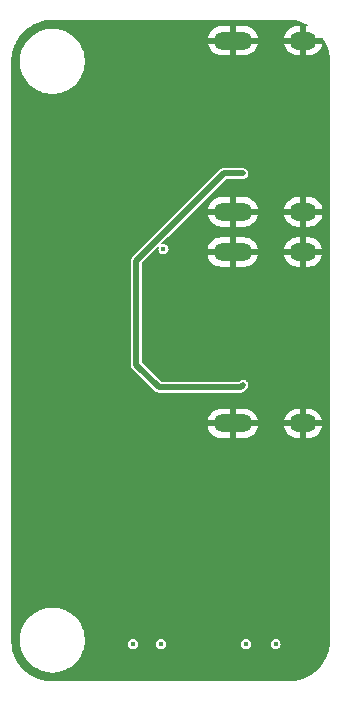
<source format=gbr>
G04 #@! TF.GenerationSoftware,KiCad,Pcbnew,8.0.4*
G04 #@! TF.CreationDate,2025-01-13T22:16:17-08:00*
G04 #@! TF.ProjectId,CSI_HDMI_Passthrough_receiver_noRetimer,4353495f-4844-44d4-995f-506173737468,rev?*
G04 #@! TF.SameCoordinates,Original*
G04 #@! TF.FileFunction,Copper,L4,Bot*
G04 #@! TF.FilePolarity,Positive*
%FSLAX46Y46*%
G04 Gerber Fmt 4.6, Leading zero omitted, Abs format (unit mm)*
G04 Created by KiCad (PCBNEW 8.0.4) date 2025-01-13 22:16:17*
%MOMM*%
%LPD*%
G01*
G04 APERTURE LIST*
G04 #@! TA.AperFunction,ComponentPad*
%ADD10O,3.300000X1.500000*%
G04 #@! TD*
G04 #@! TA.AperFunction,ComponentPad*
%ADD11O,2.300000X1.500000*%
G04 #@! TD*
G04 #@! TA.AperFunction,ViaPad*
%ADD12C,0.450000*%
G04 #@! TD*
G04 #@! TA.AperFunction,Conductor*
%ADD13C,0.500000*%
G04 #@! TD*
G04 APERTURE END LIST*
D10*
G04 #@! TO.P,J4,SH,SH*
G04 #@! TO.N,GND*
X162275000Y-77250000D03*
X162275000Y-91750000D03*
D11*
X168235000Y-77250000D03*
X168235000Y-91750000D03*
G04 #@! TD*
D10*
G04 #@! TO.P,J2,SH,SH*
G04 #@! TO.N,GND*
X162260000Y-95150000D03*
X162260000Y-109650000D03*
D11*
X168220000Y-95150000D03*
X168220000Y-109650000D03*
G04 #@! TD*
D12*
G04 #@! TO.N,GND*
X155050000Y-116400000D03*
X152350000Y-116400000D03*
X164650000Y-116350000D03*
X161950000Y-116350000D03*
X155050000Y-129850000D03*
X152350000Y-129850000D03*
X153650000Y-117550000D03*
X153850000Y-119350000D03*
X153850000Y-120850000D03*
X153850000Y-122350000D03*
X153800000Y-125350000D03*
X153450000Y-126450000D03*
X154800000Y-93550000D03*
X152350000Y-93550000D03*
X156650000Y-117500000D03*
X163200000Y-80500000D03*
X163200000Y-102900000D03*
X156650000Y-118350000D03*
X166350000Y-117500000D03*
X156650000Y-119350000D03*
X163800000Y-88100000D03*
X159900000Y-99900000D03*
X159900000Y-101400000D03*
X160750000Y-126850000D03*
X163250000Y-117450000D03*
X159900000Y-105900000D03*
X163450000Y-119350000D03*
X163250000Y-126350000D03*
X163200000Y-98400000D03*
X163450000Y-122350000D03*
X163200000Y-99900000D03*
X156650000Y-120850000D03*
X163450000Y-123850000D03*
X159900000Y-82000000D03*
X159800000Y-88000000D03*
X159900000Y-83500000D03*
X163200000Y-101400000D03*
X166350000Y-125350000D03*
X166350000Y-118350000D03*
X156650000Y-125350000D03*
X156650000Y-122350000D03*
X153600000Y-94400000D03*
X163200000Y-82000000D03*
X166350000Y-119350000D03*
X166350000Y-122350000D03*
X159900000Y-80500000D03*
X166350000Y-123850000D03*
X159900000Y-85000000D03*
X163200000Y-83500000D03*
X166350000Y-120850000D03*
X163200000Y-85000000D03*
X159900000Y-98400000D03*
X156650000Y-123850000D03*
X159900000Y-102900000D03*
X163800000Y-106100000D03*
X163400000Y-125350000D03*
G04 #@! TO.N,+3V3*
X153850000Y-128350000D03*
X163400000Y-128350000D03*
X156400000Y-94900000D03*
X165900000Y-128350000D03*
X156200000Y-128350000D03*
G04 #@! TO.N,Net-(J2-+5V)*
X163150000Y-106400000D03*
X163150000Y-88500000D03*
X156400000Y-93600000D03*
G04 #@! TD*
D13*
G04 #@! TO.N,Net-(J2-+5V)*
X162950000Y-106600000D02*
X163150000Y-106400000D01*
X156025000Y-106600000D02*
X162950000Y-106600000D01*
X154100000Y-104675000D02*
X156025000Y-106600000D01*
X156400000Y-93600000D02*
X154100000Y-95900000D01*
X154100000Y-95900000D02*
X154100000Y-104675000D01*
X161500000Y-88500000D02*
X156400000Y-93600000D01*
X163150000Y-88500000D02*
X161500000Y-88500000D01*
G04 #@! TD*
G04 #@! TA.AperFunction,Conductor*
G04 #@! TO.N,GND*
G36*
X167000305Y-75500003D02*
G01*
X167181064Y-75502368D01*
X167185522Y-75502631D01*
X167545348Y-75540451D01*
X167550412Y-75541253D01*
X167903975Y-75616406D01*
X167908923Y-75617731D01*
X168252715Y-75729436D01*
X168257485Y-75731267D01*
X168506326Y-75842057D01*
X168587714Y-75878294D01*
X168592284Y-75880623D01*
X168640682Y-75908565D01*
X168663512Y-75938317D01*
X168658617Y-75975500D01*
X168628865Y-75998330D01*
X168616182Y-76000000D01*
X168485000Y-76000000D01*
X168485000Y-76800000D01*
X167985000Y-76800000D01*
X167985000Y-76000000D01*
X167736624Y-76000000D01*
X167542293Y-76030778D01*
X167542290Y-76030779D01*
X167355165Y-76091580D01*
X167179862Y-76180900D01*
X167020673Y-76296559D01*
X166881559Y-76435673D01*
X166765900Y-76594862D01*
X166676580Y-76770165D01*
X166615778Y-76957291D01*
X166609015Y-76999999D01*
X166609016Y-77000000D01*
X167459722Y-77000000D01*
X167415667Y-77076306D01*
X167385000Y-77190756D01*
X167385000Y-77309244D01*
X167415667Y-77423694D01*
X167459722Y-77500000D01*
X166609015Y-77500000D01*
X166615778Y-77542708D01*
X166676580Y-77729834D01*
X166765900Y-77905137D01*
X166881559Y-78064326D01*
X167020673Y-78203440D01*
X167179862Y-78319099D01*
X167355165Y-78408419D01*
X167542290Y-78469220D01*
X167542293Y-78469221D01*
X167736624Y-78500000D01*
X167985000Y-78500000D01*
X167985000Y-77700000D01*
X168485000Y-77700000D01*
X168485000Y-78500000D01*
X168733376Y-78500000D01*
X168927706Y-78469221D01*
X168927709Y-78469220D01*
X169114834Y-78408419D01*
X169290137Y-78319099D01*
X169449326Y-78203440D01*
X169588440Y-78064326D01*
X169704099Y-77905137D01*
X169793419Y-77729834D01*
X169854221Y-77542708D01*
X169860985Y-77500000D01*
X169010278Y-77500000D01*
X169054333Y-77423694D01*
X169085000Y-77309244D01*
X169085000Y-77190756D01*
X169054333Y-77076306D01*
X169010278Y-77000000D01*
X169870188Y-77000000D01*
X169935853Y-77090379D01*
X169938646Y-77094680D01*
X170119376Y-77407715D01*
X170121705Y-77412285D01*
X170268728Y-77742505D01*
X170270566Y-77747293D01*
X170382267Y-78091073D01*
X170383594Y-78096027D01*
X170458745Y-78449586D01*
X170459548Y-78454652D01*
X170497367Y-78814466D01*
X170497631Y-78818947D01*
X170499996Y-78999694D01*
X170500000Y-79000335D01*
X170500000Y-127999664D01*
X170499996Y-128000305D01*
X170497631Y-128181052D01*
X170497367Y-128185533D01*
X170459548Y-128545347D01*
X170458745Y-128550413D01*
X170383594Y-128903972D01*
X170382267Y-128908926D01*
X170270566Y-129252706D01*
X170268728Y-129257494D01*
X170121705Y-129587714D01*
X170119376Y-129592284D01*
X169938645Y-129905320D01*
X169935852Y-129909622D01*
X169723385Y-130202057D01*
X169720157Y-130206042D01*
X169478290Y-130474663D01*
X169474663Y-130478290D01*
X169206042Y-130720157D01*
X169202057Y-130723385D01*
X168909622Y-130935852D01*
X168905320Y-130938645D01*
X168592284Y-131119376D01*
X168587714Y-131121705D01*
X168257494Y-131268728D01*
X168252706Y-131270566D01*
X167908926Y-131382267D01*
X167903972Y-131383594D01*
X167550413Y-131458745D01*
X167545347Y-131459548D01*
X167185533Y-131497367D01*
X167181052Y-131497631D01*
X167000306Y-131499996D01*
X166999665Y-131500000D01*
X147000335Y-131500000D01*
X146999694Y-131499996D01*
X146818947Y-131497631D01*
X146814466Y-131497367D01*
X146454652Y-131459548D01*
X146449586Y-131458745D01*
X146096027Y-131383594D01*
X146091073Y-131382267D01*
X145747293Y-131270566D01*
X145742505Y-131268728D01*
X145412285Y-131121705D01*
X145407715Y-131119376D01*
X145094679Y-130938645D01*
X145090386Y-130935858D01*
X144797936Y-130723380D01*
X144793957Y-130720157D01*
X144525336Y-130478290D01*
X144521709Y-130474663D01*
X144279842Y-130206042D01*
X144276620Y-130202065D01*
X144064138Y-129909608D01*
X144061354Y-129905320D01*
X144021146Y-129835678D01*
X143880623Y-129592284D01*
X143878294Y-129587714D01*
X143842057Y-129506326D01*
X143731267Y-129257485D01*
X143729436Y-129252715D01*
X143617731Y-128908923D01*
X143616405Y-128903972D01*
X143572736Y-128698527D01*
X143541253Y-128550412D01*
X143540451Y-128545347D01*
X143502632Y-128185533D01*
X143502368Y-128181064D01*
X143500004Y-128000305D01*
X143500000Y-127999664D01*
X143500000Y-127845535D01*
X144249500Y-127845535D01*
X144249500Y-128154465D01*
X144271531Y-128350000D01*
X144284088Y-128461442D01*
X144284088Y-128461447D01*
X144352831Y-128762633D01*
X144454866Y-129054233D01*
X144454869Y-129054239D01*
X144588898Y-129332552D01*
X144588903Y-129332562D01*
X144753263Y-129594141D01*
X144945873Y-129835666D01*
X144945884Y-129835678D01*
X145164321Y-130054115D01*
X145164333Y-130054126D01*
X145405858Y-130246736D01*
X145667437Y-130411096D01*
X145667447Y-130411101D01*
X145945760Y-130545130D01*
X145945766Y-130545133D01*
X145945769Y-130545134D01*
X145945771Y-130545135D01*
X146237364Y-130647168D01*
X146538548Y-130715911D01*
X146801679Y-130745558D01*
X146845534Y-130750500D01*
X146845535Y-130750500D01*
X147154466Y-130750500D01*
X147182372Y-130747355D01*
X147461452Y-130715911D01*
X147762636Y-130647168D01*
X148054229Y-130545135D01*
X148332565Y-130411095D01*
X148594143Y-130246735D01*
X148835674Y-130054120D01*
X149054120Y-129835674D01*
X149246735Y-129594143D01*
X149411095Y-129332565D01*
X149545135Y-129054229D01*
X149647168Y-128762636D01*
X149715911Y-128461452D01*
X149728469Y-128350000D01*
X153419196Y-128350000D01*
X153440281Y-128483126D01*
X153440281Y-128483127D01*
X153440282Y-128483128D01*
X153501467Y-128603213D01*
X153501472Y-128603220D01*
X153596779Y-128698527D01*
X153596786Y-128698532D01*
X153676842Y-128739322D01*
X153716874Y-128759719D01*
X153850000Y-128780804D01*
X153983126Y-128759719D01*
X154066420Y-128717278D01*
X154103213Y-128698532D01*
X154103215Y-128698530D01*
X154103220Y-128698528D01*
X154198528Y-128603220D01*
X154259719Y-128483126D01*
X154280804Y-128350000D01*
X155769196Y-128350000D01*
X155790281Y-128483126D01*
X155790281Y-128483127D01*
X155790282Y-128483128D01*
X155851467Y-128603213D01*
X155851472Y-128603220D01*
X155946779Y-128698527D01*
X155946786Y-128698532D01*
X156026842Y-128739322D01*
X156066874Y-128759719D01*
X156200000Y-128780804D01*
X156333126Y-128759719D01*
X156416420Y-128717278D01*
X156453213Y-128698532D01*
X156453215Y-128698530D01*
X156453220Y-128698528D01*
X156548528Y-128603220D01*
X156609719Y-128483126D01*
X156630804Y-128350000D01*
X162969196Y-128350000D01*
X162990281Y-128483126D01*
X162990281Y-128483127D01*
X162990282Y-128483128D01*
X163051467Y-128603213D01*
X163051472Y-128603220D01*
X163146779Y-128698527D01*
X163146786Y-128698532D01*
X163226842Y-128739322D01*
X163266874Y-128759719D01*
X163400000Y-128780804D01*
X163533126Y-128759719D01*
X163616420Y-128717278D01*
X163653213Y-128698532D01*
X163653215Y-128698530D01*
X163653220Y-128698528D01*
X163748528Y-128603220D01*
X163809719Y-128483126D01*
X163830804Y-128350000D01*
X165469196Y-128350000D01*
X165490281Y-128483126D01*
X165490281Y-128483127D01*
X165490282Y-128483128D01*
X165551467Y-128603213D01*
X165551472Y-128603220D01*
X165646779Y-128698527D01*
X165646786Y-128698532D01*
X165726842Y-128739322D01*
X165766874Y-128759719D01*
X165900000Y-128780804D01*
X166033126Y-128759719D01*
X166116420Y-128717278D01*
X166153213Y-128698532D01*
X166153215Y-128698530D01*
X166153220Y-128698528D01*
X166248528Y-128603220D01*
X166309719Y-128483126D01*
X166330804Y-128350000D01*
X166309719Y-128216874D01*
X166277920Y-128154465D01*
X166248532Y-128096786D01*
X166248527Y-128096779D01*
X166153220Y-128001472D01*
X166153213Y-128001467D01*
X166033128Y-127940282D01*
X166033127Y-127940281D01*
X166033126Y-127940281D01*
X165900000Y-127919196D01*
X165766874Y-127940281D01*
X165766872Y-127940281D01*
X165766871Y-127940282D01*
X165646786Y-128001467D01*
X165646779Y-128001472D01*
X165551472Y-128096779D01*
X165551467Y-128096786D01*
X165490282Y-128216871D01*
X165490281Y-128216872D01*
X165490281Y-128216874D01*
X165469196Y-128350000D01*
X163830804Y-128350000D01*
X163809719Y-128216874D01*
X163777920Y-128154465D01*
X163748532Y-128096786D01*
X163748527Y-128096779D01*
X163653220Y-128001472D01*
X163653213Y-128001467D01*
X163533128Y-127940282D01*
X163533127Y-127940281D01*
X163533126Y-127940281D01*
X163400000Y-127919196D01*
X163266874Y-127940281D01*
X163266872Y-127940281D01*
X163266871Y-127940282D01*
X163146786Y-128001467D01*
X163146779Y-128001472D01*
X163051472Y-128096779D01*
X163051467Y-128096786D01*
X162990282Y-128216871D01*
X162990281Y-128216872D01*
X162990281Y-128216874D01*
X162969196Y-128350000D01*
X156630804Y-128350000D01*
X156609719Y-128216874D01*
X156577920Y-128154465D01*
X156548532Y-128096786D01*
X156548527Y-128096779D01*
X156453220Y-128001472D01*
X156453213Y-128001467D01*
X156333128Y-127940282D01*
X156333127Y-127940281D01*
X156333126Y-127940281D01*
X156200000Y-127919196D01*
X156066874Y-127940281D01*
X156066872Y-127940281D01*
X156066871Y-127940282D01*
X155946786Y-128001467D01*
X155946779Y-128001472D01*
X155851472Y-128096779D01*
X155851467Y-128096786D01*
X155790282Y-128216871D01*
X155790281Y-128216872D01*
X155790281Y-128216874D01*
X155769196Y-128350000D01*
X154280804Y-128350000D01*
X154259719Y-128216874D01*
X154227920Y-128154465D01*
X154198532Y-128096786D01*
X154198527Y-128096779D01*
X154103220Y-128001472D01*
X154103213Y-128001467D01*
X153983128Y-127940282D01*
X153983127Y-127940281D01*
X153983126Y-127940281D01*
X153850000Y-127919196D01*
X153716874Y-127940281D01*
X153716872Y-127940281D01*
X153716871Y-127940282D01*
X153596786Y-128001467D01*
X153596779Y-128001472D01*
X153501472Y-128096779D01*
X153501467Y-128096786D01*
X153440282Y-128216871D01*
X153440281Y-128216872D01*
X153440281Y-128216874D01*
X153419196Y-128350000D01*
X149728469Y-128350000D01*
X149750500Y-128154465D01*
X149750500Y-127845535D01*
X149715911Y-127538548D01*
X149647168Y-127237364D01*
X149545135Y-126945771D01*
X149411095Y-126667435D01*
X149246735Y-126405857D01*
X149054120Y-126164326D01*
X148835674Y-125945880D01*
X148835671Y-125945877D01*
X148835666Y-125945873D01*
X148594141Y-125753263D01*
X148332562Y-125588903D01*
X148332552Y-125588898D01*
X148054239Y-125454869D01*
X148054233Y-125454866D01*
X147762633Y-125352831D01*
X147762634Y-125352831D01*
X147619189Y-125320091D01*
X147461452Y-125284089D01*
X147461446Y-125284088D01*
X147461445Y-125284088D01*
X147154466Y-125249500D01*
X147154465Y-125249500D01*
X146845535Y-125249500D01*
X146845534Y-125249500D01*
X146538557Y-125284088D01*
X146538552Y-125284088D01*
X146237366Y-125352831D01*
X145945766Y-125454866D01*
X145945760Y-125454869D01*
X145667447Y-125588898D01*
X145667437Y-125588903D01*
X145405858Y-125753263D01*
X145164333Y-125945873D01*
X145164321Y-125945884D01*
X144945884Y-126164321D01*
X144945873Y-126164333D01*
X144753263Y-126405858D01*
X144588903Y-126667437D01*
X144588898Y-126667447D01*
X144454869Y-126945760D01*
X144454866Y-126945766D01*
X144352831Y-127237366D01*
X144284088Y-127538552D01*
X144284088Y-127538556D01*
X144249500Y-127845535D01*
X143500000Y-127845535D01*
X143500000Y-109399999D01*
X160134015Y-109399999D01*
X160134016Y-109400000D01*
X160984722Y-109400000D01*
X160940667Y-109476306D01*
X160910000Y-109590756D01*
X160910000Y-109709244D01*
X160940667Y-109823694D01*
X160984722Y-109900000D01*
X160134015Y-109900000D01*
X160140778Y-109942708D01*
X160201580Y-110129834D01*
X160290900Y-110305137D01*
X160406559Y-110464326D01*
X160545673Y-110603440D01*
X160704862Y-110719099D01*
X160880165Y-110808419D01*
X161067290Y-110869220D01*
X161067293Y-110869221D01*
X161261624Y-110900000D01*
X162010000Y-110900000D01*
X162010000Y-110100000D01*
X162510000Y-110100000D01*
X162510000Y-110900000D01*
X163258376Y-110900000D01*
X163452706Y-110869221D01*
X163452709Y-110869220D01*
X163639834Y-110808419D01*
X163815137Y-110719099D01*
X163974326Y-110603440D01*
X164113440Y-110464326D01*
X164229099Y-110305137D01*
X164318419Y-110129834D01*
X164379221Y-109942708D01*
X164385985Y-109900000D01*
X163535278Y-109900000D01*
X163579333Y-109823694D01*
X163610000Y-109709244D01*
X163610000Y-109590756D01*
X163579333Y-109476306D01*
X163535278Y-109400000D01*
X164385984Y-109400000D01*
X164385984Y-109399999D01*
X166594015Y-109399999D01*
X166594016Y-109400000D01*
X167444722Y-109400000D01*
X167400667Y-109476306D01*
X167370000Y-109590756D01*
X167370000Y-109709244D01*
X167400667Y-109823694D01*
X167444722Y-109900000D01*
X166594015Y-109900000D01*
X166600778Y-109942708D01*
X166661580Y-110129834D01*
X166750900Y-110305137D01*
X166866559Y-110464326D01*
X167005673Y-110603440D01*
X167164862Y-110719099D01*
X167340165Y-110808419D01*
X167527290Y-110869220D01*
X167527293Y-110869221D01*
X167721624Y-110900000D01*
X167970000Y-110900000D01*
X167970000Y-110100000D01*
X168470000Y-110100000D01*
X168470000Y-110900000D01*
X168718376Y-110900000D01*
X168912706Y-110869221D01*
X168912709Y-110869220D01*
X169099834Y-110808419D01*
X169275137Y-110719099D01*
X169434326Y-110603440D01*
X169573440Y-110464326D01*
X169689099Y-110305137D01*
X169778419Y-110129834D01*
X169839221Y-109942708D01*
X169845985Y-109900000D01*
X168995278Y-109900000D01*
X169039333Y-109823694D01*
X169070000Y-109709244D01*
X169070000Y-109590756D01*
X169039333Y-109476306D01*
X168995278Y-109400000D01*
X169845984Y-109400000D01*
X169845984Y-109399999D01*
X169839221Y-109357291D01*
X169778419Y-109170165D01*
X169689099Y-108994862D01*
X169573440Y-108835673D01*
X169434326Y-108696559D01*
X169275137Y-108580900D01*
X169099834Y-108491580D01*
X168912709Y-108430779D01*
X168912706Y-108430778D01*
X168718376Y-108400000D01*
X168470000Y-108400000D01*
X168470000Y-109200000D01*
X167970000Y-109200000D01*
X167970000Y-108400000D01*
X167721624Y-108400000D01*
X167527293Y-108430778D01*
X167527290Y-108430779D01*
X167340165Y-108491580D01*
X167164862Y-108580900D01*
X167005673Y-108696559D01*
X166866559Y-108835673D01*
X166750900Y-108994862D01*
X166661580Y-109170165D01*
X166600778Y-109357291D01*
X166594015Y-109399999D01*
X164385984Y-109399999D01*
X164379221Y-109357291D01*
X164318419Y-109170165D01*
X164229099Y-108994862D01*
X164113440Y-108835673D01*
X163974326Y-108696559D01*
X163815137Y-108580900D01*
X163639834Y-108491580D01*
X163452709Y-108430779D01*
X163452706Y-108430778D01*
X163258376Y-108400000D01*
X162510000Y-108400000D01*
X162510000Y-109200000D01*
X162010000Y-109200000D01*
X162010000Y-108400000D01*
X161261624Y-108400000D01*
X161067293Y-108430778D01*
X161067290Y-108430779D01*
X160880165Y-108491580D01*
X160704862Y-108580900D01*
X160545673Y-108696559D01*
X160406559Y-108835673D01*
X160290900Y-108994862D01*
X160201580Y-109170165D01*
X160140778Y-109357291D01*
X160134015Y-109399999D01*
X143500000Y-109399999D01*
X143500000Y-95840688D01*
X153649500Y-95840688D01*
X153649500Y-104734310D01*
X153673713Y-104824672D01*
X153673713Y-104824673D01*
X153680200Y-104848886D01*
X153680201Y-104848888D01*
X153739511Y-104951614D01*
X155748386Y-106960489D01*
X155851113Y-107019799D01*
X155875326Y-107026286D01*
X155920508Y-107038393D01*
X155965689Y-107050500D01*
X155965691Y-107050500D01*
X163009311Y-107050500D01*
X163039430Y-107042428D01*
X163099673Y-107026286D01*
X163123887Y-107019799D01*
X163226614Y-106960489D01*
X163510490Y-106676614D01*
X163569799Y-106573887D01*
X163600498Y-106459312D01*
X163600499Y-106459312D01*
X163600499Y-106340688D01*
X163600498Y-106340687D01*
X163569800Y-106226116D01*
X163569799Y-106226115D01*
X163569799Y-106226113D01*
X163517281Y-106135148D01*
X163510494Y-106123392D01*
X163510491Y-106123389D01*
X163510490Y-106123386D01*
X163426614Y-106039510D01*
X163426611Y-106039508D01*
X163426607Y-106039505D01*
X163355319Y-105998348D01*
X163323887Y-105980201D01*
X163323885Y-105980200D01*
X163323883Y-105980199D01*
X163209312Y-105949501D01*
X163209309Y-105949501D01*
X163090691Y-105949501D01*
X163090688Y-105949501D01*
X162976116Y-105980199D01*
X162976111Y-105980202D01*
X162873392Y-106039505D01*
X162873383Y-106039512D01*
X162777748Y-106135148D01*
X162743100Y-106149500D01*
X156231899Y-106149500D01*
X156197251Y-106135148D01*
X154564852Y-104502749D01*
X154550500Y-104468101D01*
X154550500Y-96106899D01*
X154564852Y-96072251D01*
X155210797Y-95426306D01*
X155906239Y-94730863D01*
X155940886Y-94716512D01*
X155975534Y-94730864D01*
X155989886Y-94765512D01*
X155989283Y-94773173D01*
X155969196Y-94900000D01*
X155990281Y-95033126D01*
X155990281Y-95033127D01*
X155990282Y-95033128D01*
X156051467Y-95153213D01*
X156051472Y-95153220D01*
X156146779Y-95248527D01*
X156146786Y-95248532D01*
X156226842Y-95289322D01*
X156266874Y-95309719D01*
X156400000Y-95330804D01*
X156533126Y-95309719D01*
X156616420Y-95267278D01*
X156653213Y-95248532D01*
X156653215Y-95248530D01*
X156653220Y-95248528D01*
X156748528Y-95153220D01*
X156809719Y-95033126D01*
X156830804Y-94900000D01*
X156830804Y-94899999D01*
X160134015Y-94899999D01*
X160134016Y-94900000D01*
X160984722Y-94900000D01*
X160940667Y-94976306D01*
X160910000Y-95090756D01*
X160910000Y-95209244D01*
X160940667Y-95323694D01*
X160984722Y-95400000D01*
X160134015Y-95400000D01*
X160140778Y-95442708D01*
X160201580Y-95629834D01*
X160290900Y-95805137D01*
X160406559Y-95964326D01*
X160545673Y-96103440D01*
X160704862Y-96219099D01*
X160880165Y-96308419D01*
X161067290Y-96369220D01*
X161067293Y-96369221D01*
X161261624Y-96400000D01*
X162010000Y-96400000D01*
X162010000Y-95600000D01*
X162510000Y-95600000D01*
X162510000Y-96400000D01*
X163258376Y-96400000D01*
X163452706Y-96369221D01*
X163452709Y-96369220D01*
X163639834Y-96308419D01*
X163815137Y-96219099D01*
X163974326Y-96103440D01*
X164113440Y-95964326D01*
X164229099Y-95805137D01*
X164318419Y-95629834D01*
X164379221Y-95442708D01*
X164385985Y-95400000D01*
X163535278Y-95400000D01*
X163579333Y-95323694D01*
X163610000Y-95209244D01*
X163610000Y-95090756D01*
X163579333Y-94976306D01*
X163535278Y-94900000D01*
X164385984Y-94900000D01*
X164385984Y-94899999D01*
X166594015Y-94899999D01*
X166594016Y-94900000D01*
X167444722Y-94900000D01*
X167400667Y-94976306D01*
X167370000Y-95090756D01*
X167370000Y-95209244D01*
X167400667Y-95323694D01*
X167444722Y-95400000D01*
X166594015Y-95400000D01*
X166600778Y-95442708D01*
X166661580Y-95629834D01*
X166750900Y-95805137D01*
X166866559Y-95964326D01*
X167005673Y-96103440D01*
X167164862Y-96219099D01*
X167340165Y-96308419D01*
X167527290Y-96369220D01*
X167527293Y-96369221D01*
X167721624Y-96400000D01*
X167970000Y-96400000D01*
X167970000Y-95600000D01*
X168470000Y-95600000D01*
X168470000Y-96400000D01*
X168718376Y-96400000D01*
X168912706Y-96369221D01*
X168912709Y-96369220D01*
X169099834Y-96308419D01*
X169275137Y-96219099D01*
X169434326Y-96103440D01*
X169573440Y-95964326D01*
X169689099Y-95805137D01*
X169778419Y-95629834D01*
X169839221Y-95442708D01*
X169845985Y-95400000D01*
X168995278Y-95400000D01*
X169039333Y-95323694D01*
X169070000Y-95209244D01*
X169070000Y-95090756D01*
X169039333Y-94976306D01*
X168995278Y-94900000D01*
X169845984Y-94900000D01*
X169845984Y-94899999D01*
X169839221Y-94857291D01*
X169778419Y-94670165D01*
X169689099Y-94494862D01*
X169573440Y-94335673D01*
X169434326Y-94196559D01*
X169275137Y-94080900D01*
X169099834Y-93991580D01*
X168912709Y-93930779D01*
X168912706Y-93930778D01*
X168718376Y-93900000D01*
X168470000Y-93900000D01*
X168470000Y-94700000D01*
X167970000Y-94700000D01*
X167970000Y-93900000D01*
X167721624Y-93900000D01*
X167527293Y-93930778D01*
X167527290Y-93930779D01*
X167340165Y-93991580D01*
X167164862Y-94080900D01*
X167005673Y-94196559D01*
X166866559Y-94335673D01*
X166750900Y-94494862D01*
X166661580Y-94670165D01*
X166600778Y-94857291D01*
X166594015Y-94899999D01*
X164385984Y-94899999D01*
X164379221Y-94857291D01*
X164318419Y-94670165D01*
X164229099Y-94494862D01*
X164113440Y-94335673D01*
X163974326Y-94196559D01*
X163815137Y-94080900D01*
X163639834Y-93991580D01*
X163452709Y-93930779D01*
X163452706Y-93930778D01*
X163258376Y-93900000D01*
X162510000Y-93900000D01*
X162510000Y-94700000D01*
X162010000Y-94700000D01*
X162010000Y-93900000D01*
X161261624Y-93900000D01*
X161067293Y-93930778D01*
X161067290Y-93930779D01*
X160880165Y-93991580D01*
X160704862Y-94080900D01*
X160545673Y-94196559D01*
X160406559Y-94335673D01*
X160290900Y-94494862D01*
X160201580Y-94670165D01*
X160140778Y-94857291D01*
X160134015Y-94899999D01*
X156830804Y-94899999D01*
X156809719Y-94766874D01*
X156775645Y-94700000D01*
X156748532Y-94646786D01*
X156748527Y-94646779D01*
X156653220Y-94551472D01*
X156653213Y-94551467D01*
X156533128Y-94490282D01*
X156533127Y-94490281D01*
X156533126Y-94490281D01*
X156400000Y-94469196D01*
X156399999Y-94469196D01*
X156355499Y-94476244D01*
X156273176Y-94489282D01*
X156236711Y-94480528D01*
X156217115Y-94448551D01*
X156225870Y-94412085D01*
X156230858Y-94406244D01*
X156760489Y-93876614D01*
X159137104Y-91499999D01*
X160149015Y-91499999D01*
X160149016Y-91500000D01*
X160999722Y-91500000D01*
X160955667Y-91576306D01*
X160925000Y-91690756D01*
X160925000Y-91809244D01*
X160955667Y-91923694D01*
X160999722Y-92000000D01*
X160149015Y-92000000D01*
X160155778Y-92042708D01*
X160216580Y-92229834D01*
X160305900Y-92405137D01*
X160421559Y-92564326D01*
X160560673Y-92703440D01*
X160719862Y-92819099D01*
X160895165Y-92908419D01*
X161082290Y-92969220D01*
X161082293Y-92969221D01*
X161276624Y-93000000D01*
X162025000Y-93000000D01*
X162025000Y-92200000D01*
X162525000Y-92200000D01*
X162525000Y-93000000D01*
X163273376Y-93000000D01*
X163467706Y-92969221D01*
X163467709Y-92969220D01*
X163654834Y-92908419D01*
X163830137Y-92819099D01*
X163989326Y-92703440D01*
X164128440Y-92564326D01*
X164244099Y-92405137D01*
X164333419Y-92229834D01*
X164394221Y-92042708D01*
X164400985Y-92000000D01*
X163550278Y-92000000D01*
X163594333Y-91923694D01*
X163625000Y-91809244D01*
X163625000Y-91690756D01*
X163594333Y-91576306D01*
X163550278Y-91500000D01*
X164400984Y-91500000D01*
X164400984Y-91499999D01*
X166609015Y-91499999D01*
X166609016Y-91500000D01*
X167459722Y-91500000D01*
X167415667Y-91576306D01*
X167385000Y-91690756D01*
X167385000Y-91809244D01*
X167415667Y-91923694D01*
X167459722Y-92000000D01*
X166609015Y-92000000D01*
X166615778Y-92042708D01*
X166676580Y-92229834D01*
X166765900Y-92405137D01*
X166881559Y-92564326D01*
X167020673Y-92703440D01*
X167179862Y-92819099D01*
X167355165Y-92908419D01*
X167542290Y-92969220D01*
X167542293Y-92969221D01*
X167736624Y-93000000D01*
X167985000Y-93000000D01*
X167985000Y-92200000D01*
X168485000Y-92200000D01*
X168485000Y-93000000D01*
X168733376Y-93000000D01*
X168927706Y-92969221D01*
X168927709Y-92969220D01*
X169114834Y-92908419D01*
X169290137Y-92819099D01*
X169449326Y-92703440D01*
X169588440Y-92564326D01*
X169704099Y-92405137D01*
X169793419Y-92229834D01*
X169854221Y-92042708D01*
X169860985Y-92000000D01*
X169010278Y-92000000D01*
X169054333Y-91923694D01*
X169085000Y-91809244D01*
X169085000Y-91690756D01*
X169054333Y-91576306D01*
X169010278Y-91500000D01*
X169860984Y-91500000D01*
X169860984Y-91499999D01*
X169854221Y-91457291D01*
X169793419Y-91270165D01*
X169704099Y-91094862D01*
X169588440Y-90935673D01*
X169449326Y-90796559D01*
X169290137Y-90680900D01*
X169114834Y-90591580D01*
X168927709Y-90530779D01*
X168927706Y-90530778D01*
X168733376Y-90500000D01*
X168485000Y-90500000D01*
X168485000Y-91300000D01*
X167985000Y-91300000D01*
X167985000Y-90500000D01*
X167736624Y-90500000D01*
X167542293Y-90530778D01*
X167542290Y-90530779D01*
X167355165Y-90591580D01*
X167179862Y-90680900D01*
X167020673Y-90796559D01*
X166881559Y-90935673D01*
X166765900Y-91094862D01*
X166676580Y-91270165D01*
X166615778Y-91457291D01*
X166609015Y-91499999D01*
X164400984Y-91499999D01*
X164394221Y-91457291D01*
X164333419Y-91270165D01*
X164244099Y-91094862D01*
X164128440Y-90935673D01*
X163989326Y-90796559D01*
X163830137Y-90680900D01*
X163654834Y-90591580D01*
X163467709Y-90530779D01*
X163467706Y-90530778D01*
X163273376Y-90500000D01*
X162525000Y-90500000D01*
X162525000Y-91300000D01*
X162025000Y-91300000D01*
X162025000Y-90500000D01*
X161276624Y-90500000D01*
X161082293Y-90530778D01*
X161082290Y-90530779D01*
X160895165Y-90591580D01*
X160719862Y-90680900D01*
X160560673Y-90796559D01*
X160421559Y-90935673D01*
X160305900Y-91094862D01*
X160216580Y-91270165D01*
X160155778Y-91457291D01*
X160149015Y-91499999D01*
X159137104Y-91499999D01*
X161672251Y-88964852D01*
X161706899Y-88950500D01*
X163209311Y-88950500D01*
X163266597Y-88935149D01*
X163323886Y-88919799D01*
X163426613Y-88860489D01*
X163510489Y-88776613D01*
X163569799Y-88673886D01*
X163585149Y-88616597D01*
X163600500Y-88559311D01*
X163600500Y-88440688D01*
X163569799Y-88326115D01*
X163569798Y-88326112D01*
X163510488Y-88223386D01*
X163426613Y-88139511D01*
X163323887Y-88080201D01*
X163323884Y-88080200D01*
X163209312Y-88049500D01*
X163209309Y-88049500D01*
X161440691Y-88049500D01*
X161440688Y-88049500D01*
X161350326Y-88073713D01*
X161326115Y-88080199D01*
X161326110Y-88080201D01*
X161223385Y-88139511D01*
X161223385Y-88139512D01*
X153739512Y-95623385D01*
X153739511Y-95623385D01*
X153680201Y-95726111D01*
X153678532Y-95732343D01*
X153678531Y-95732342D01*
X153678531Y-95732346D01*
X153649500Y-95840688D01*
X143500000Y-95840688D01*
X143500000Y-79000335D01*
X143500004Y-78999694D01*
X143502020Y-78845534D01*
X144249500Y-78845534D01*
X144249500Y-79154465D01*
X144284088Y-79461442D01*
X144284088Y-79461447D01*
X144352831Y-79762633D01*
X144454866Y-80054233D01*
X144454869Y-80054239D01*
X144588898Y-80332552D01*
X144588903Y-80332562D01*
X144753263Y-80594141D01*
X144945873Y-80835666D01*
X144945884Y-80835678D01*
X145164321Y-81054115D01*
X145164333Y-81054126D01*
X145405858Y-81246736D01*
X145667437Y-81411096D01*
X145667447Y-81411101D01*
X145945760Y-81545130D01*
X145945766Y-81545133D01*
X145945769Y-81545134D01*
X145945771Y-81545135D01*
X146237364Y-81647168D01*
X146538548Y-81715911D01*
X146801679Y-81745558D01*
X146845534Y-81750500D01*
X146845535Y-81750500D01*
X147154466Y-81750500D01*
X147182372Y-81747355D01*
X147461452Y-81715911D01*
X147762636Y-81647168D01*
X148054229Y-81545135D01*
X148332565Y-81411095D01*
X148594143Y-81246735D01*
X148835674Y-81054120D01*
X149054120Y-80835674D01*
X149246735Y-80594143D01*
X149411095Y-80332565D01*
X149545135Y-80054229D01*
X149647168Y-79762636D01*
X149715911Y-79461452D01*
X149750500Y-79154465D01*
X149750500Y-78845535D01*
X149715911Y-78538548D01*
X149647168Y-78237364D01*
X149545135Y-77945771D01*
X149449545Y-77747278D01*
X149411101Y-77667447D01*
X149411096Y-77667437D01*
X149246736Y-77405858D01*
X149054126Y-77164333D01*
X149054115Y-77164321D01*
X148889793Y-76999999D01*
X160149015Y-76999999D01*
X160149016Y-77000000D01*
X160999722Y-77000000D01*
X160955667Y-77076306D01*
X160925000Y-77190756D01*
X160925000Y-77309244D01*
X160955667Y-77423694D01*
X160999722Y-77500000D01*
X160149015Y-77500000D01*
X160155778Y-77542708D01*
X160216580Y-77729834D01*
X160305900Y-77905137D01*
X160421559Y-78064326D01*
X160560673Y-78203440D01*
X160719862Y-78319099D01*
X160895165Y-78408419D01*
X161082290Y-78469220D01*
X161082293Y-78469221D01*
X161276624Y-78500000D01*
X162025000Y-78500000D01*
X162025000Y-77700000D01*
X162525000Y-77700000D01*
X162525000Y-78500000D01*
X163273376Y-78500000D01*
X163467706Y-78469221D01*
X163467709Y-78469220D01*
X163654834Y-78408419D01*
X163830137Y-78319099D01*
X163989326Y-78203440D01*
X164128440Y-78064326D01*
X164244099Y-77905137D01*
X164333419Y-77729834D01*
X164394221Y-77542708D01*
X164400985Y-77500000D01*
X163550278Y-77500000D01*
X163594333Y-77423694D01*
X163625000Y-77309244D01*
X163625000Y-77190756D01*
X163594333Y-77076306D01*
X163550278Y-77000000D01*
X164400984Y-77000000D01*
X164400984Y-76999999D01*
X164394221Y-76957291D01*
X164333419Y-76770165D01*
X164244099Y-76594862D01*
X164128440Y-76435673D01*
X163989326Y-76296559D01*
X163830137Y-76180900D01*
X163654834Y-76091580D01*
X163467709Y-76030779D01*
X163467706Y-76030778D01*
X163273376Y-76000000D01*
X162525000Y-76000000D01*
X162525000Y-76800000D01*
X162025000Y-76800000D01*
X162025000Y-76000000D01*
X161276624Y-76000000D01*
X161082293Y-76030778D01*
X161082290Y-76030779D01*
X160895165Y-76091580D01*
X160719862Y-76180900D01*
X160560673Y-76296559D01*
X160421559Y-76435673D01*
X160305900Y-76594862D01*
X160216580Y-76770165D01*
X160155778Y-76957291D01*
X160149015Y-76999999D01*
X148889793Y-76999999D01*
X148835678Y-76945884D01*
X148835666Y-76945873D01*
X148594141Y-76753263D01*
X148332562Y-76588903D01*
X148332552Y-76588898D01*
X148054239Y-76454869D01*
X148054233Y-76454866D01*
X147762633Y-76352831D01*
X147762634Y-76352831D01*
X147619189Y-76320091D01*
X147461452Y-76284089D01*
X147461446Y-76284088D01*
X147461445Y-76284088D01*
X147154466Y-76249500D01*
X147154465Y-76249500D01*
X146845535Y-76249500D01*
X146845534Y-76249500D01*
X146538557Y-76284088D01*
X146538552Y-76284088D01*
X146237366Y-76352831D01*
X145945766Y-76454866D01*
X145945760Y-76454869D01*
X145667447Y-76588898D01*
X145667437Y-76588903D01*
X145405858Y-76753263D01*
X145164333Y-76945873D01*
X145164321Y-76945884D01*
X144945884Y-77164321D01*
X144945873Y-77164333D01*
X144753263Y-77405858D01*
X144588903Y-77667437D01*
X144588898Y-77667447D01*
X144454869Y-77945760D01*
X144454866Y-77945766D01*
X144352831Y-78237366D01*
X144284088Y-78538552D01*
X144284088Y-78538557D01*
X144249500Y-78845534D01*
X143502020Y-78845534D01*
X143502368Y-78818934D01*
X143502631Y-78814478D01*
X143540451Y-78454648D01*
X143541254Y-78449586D01*
X143616407Y-78096019D01*
X143617732Y-78091073D01*
X143626423Y-78064326D01*
X143729438Y-77747278D01*
X143731265Y-77742520D01*
X143878296Y-77412280D01*
X143880623Y-77407715D01*
X143881695Y-77405858D01*
X144061362Y-77094665D01*
X144064132Y-77090399D01*
X144276627Y-76797924D01*
X144279835Y-76793965D01*
X144521719Y-76525325D01*
X144525325Y-76521719D01*
X144793965Y-76279835D01*
X144797924Y-76276627D01*
X145090399Y-76064132D01*
X145094665Y-76061362D01*
X145407719Y-75880620D01*
X145412280Y-75878296D01*
X145742520Y-75731265D01*
X145747278Y-75729438D01*
X146091081Y-75617729D01*
X146096019Y-75616407D01*
X146449590Y-75541253D01*
X146454648Y-75540451D01*
X146814478Y-75502631D01*
X146818934Y-75502368D01*
X146999694Y-75500003D01*
X147000335Y-75500000D01*
X166999665Y-75500000D01*
X167000305Y-75500003D01*
G37*
G04 #@! TD.AperFunction*
G04 #@! TD*
M02*

</source>
